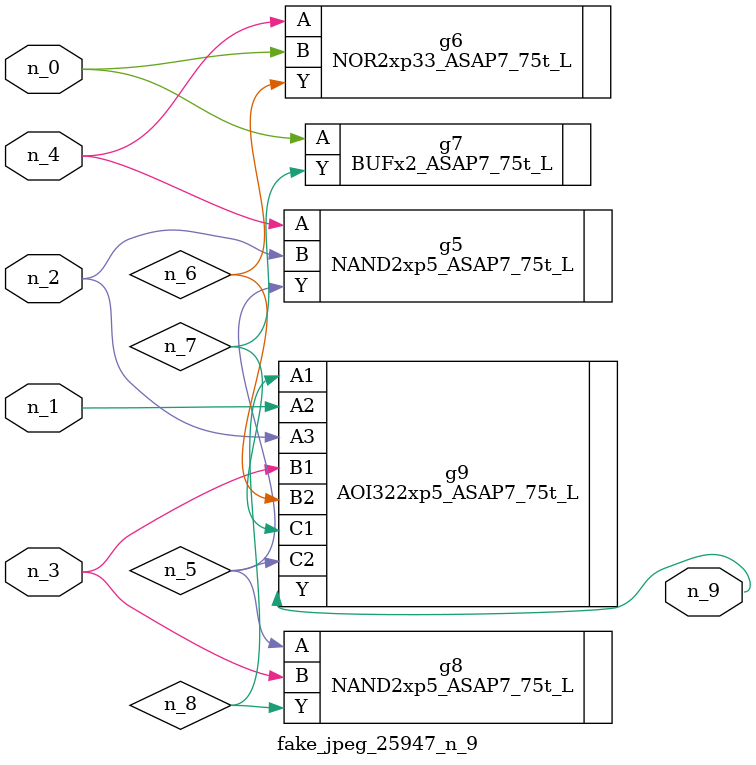
<source format=v>
module fake_jpeg_25947_n_9 (n_3, n_2, n_1, n_0, n_4, n_9);

input n_3;
input n_2;
input n_1;
input n_0;
input n_4;

output n_9;

wire n_8;
wire n_6;
wire n_5;
wire n_7;

NAND2xp5_ASAP7_75t_L g5 ( 
.A(n_4),
.B(n_2),
.Y(n_5)
);

NOR2xp33_ASAP7_75t_L g6 ( 
.A(n_4),
.B(n_0),
.Y(n_6)
);

BUFx2_ASAP7_75t_L g7 ( 
.A(n_0),
.Y(n_7)
);

NAND2xp5_ASAP7_75t_L g8 ( 
.A(n_5),
.B(n_3),
.Y(n_8)
);

AOI322xp5_ASAP7_75t_L g9 ( 
.A1(n_8),
.A2(n_1),
.A3(n_2),
.B1(n_3),
.B2(n_6),
.C1(n_7),
.C2(n_5),
.Y(n_9)
);


endmodule
</source>
